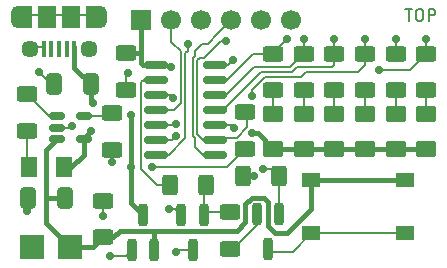
<source format=gtl>
G04 #@! TF.GenerationSoftware,KiCad,Pcbnew,9.0.1*
G04 #@! TF.CreationDate,2025-09-23T20:37:19+02:00*
G04 #@! TF.ProjectId,blikac-smd,626c696b-6163-42d7-936d-642e6b696361,rev?*
G04 #@! TF.SameCoordinates,Original*
G04 #@! TF.FileFunction,Copper,L1,Top*
G04 #@! TF.FilePolarity,Positive*
%FSLAX46Y46*%
G04 Gerber Fmt 4.6, Leading zero omitted, Abs format (unit mm)*
G04 Created by KiCad (PCBNEW 9.0.1) date 2025-09-23 20:37:19*
%MOMM*%
%LPD*%
G01*
G04 APERTURE LIST*
G04 Aperture macros list*
%AMRoundRect*
0 Rectangle with rounded corners*
0 $1 Rounding radius*
0 $2 $3 $4 $5 $6 $7 $8 $9 X,Y pos of 4 corners*
0 Add a 4 corners polygon primitive as box body*
4,1,4,$2,$3,$4,$5,$6,$7,$8,$9,$2,$3,0*
0 Add four circle primitives for the rounded corners*
1,1,$1+$1,$2,$3*
1,1,$1+$1,$4,$5*
1,1,$1+$1,$6,$7*
1,1,$1+$1,$8,$9*
0 Add four rect primitives between the rounded corners*
20,1,$1+$1,$2,$3,$4,$5,0*
20,1,$1+$1,$4,$5,$6,$7,0*
20,1,$1+$1,$6,$7,$8,$9,0*
20,1,$1+$1,$8,$9,$2,$3,0*%
G04 Aperture macros list end*
%ADD10C,0.200000*%
G04 #@! TA.AperFunction,NonConductor*
%ADD11C,0.200000*%
G04 #@! TD*
G04 #@! TA.AperFunction,SMDPad,CuDef*
%ADD12RoundRect,0.250000X-0.625000X0.400000X-0.625000X-0.400000X0.625000X-0.400000X0.625000X0.400000X0*%
G04 #@! TD*
G04 #@! TA.AperFunction,SMDPad,CuDef*
%ADD13RoundRect,0.250000X0.625000X-0.400000X0.625000X0.400000X-0.625000X0.400000X-0.625000X-0.400000X0*%
G04 #@! TD*
G04 #@! TA.AperFunction,ComponentPad*
%ADD14R,2.000000X2.000000*%
G04 #@! TD*
G04 #@! TA.AperFunction,SMDPad,CuDef*
%ADD15RoundRect,0.250001X0.624999X-0.462499X0.624999X0.462499X-0.624999X0.462499X-0.624999X-0.462499X0*%
G04 #@! TD*
G04 #@! TA.AperFunction,SMDPad,CuDef*
%ADD16RoundRect,0.250000X0.400000X0.625000X-0.400000X0.625000X-0.400000X-0.625000X0.400000X-0.625000X0*%
G04 #@! TD*
G04 #@! TA.AperFunction,SMDPad,CuDef*
%ADD17RoundRect,0.250001X-0.462499X-0.624999X0.462499X-0.624999X0.462499X0.624999X-0.462499X0.624999X0*%
G04 #@! TD*
G04 #@! TA.AperFunction,ComponentPad*
%ADD18R,1.700000X1.700000*%
G04 #@! TD*
G04 #@! TA.AperFunction,ComponentPad*
%ADD19C,1.700000*%
G04 #@! TD*
G04 #@! TA.AperFunction,SMDPad,CuDef*
%ADD20RoundRect,0.150000X-0.825000X-0.150000X0.825000X-0.150000X0.825000X0.150000X-0.825000X0.150000X0*%
G04 #@! TD*
G04 #@! TA.AperFunction,SMDPad,CuDef*
%ADD21RoundRect,0.250000X0.412500X0.650000X-0.412500X0.650000X-0.412500X-0.650000X0.412500X-0.650000X0*%
G04 #@! TD*
G04 #@! TA.AperFunction,SMDPad,CuDef*
%ADD22RoundRect,0.200000X-0.200000X0.750000X-0.200000X-0.750000X0.200000X-0.750000X0.200000X0.750000X0*%
G04 #@! TD*
G04 #@! TA.AperFunction,SMDPad,CuDef*
%ADD23RoundRect,0.200000X0.200000X-0.750000X0.200000X0.750000X-0.200000X0.750000X-0.200000X-0.750000X0*%
G04 #@! TD*
G04 #@! TA.AperFunction,SMDPad,CuDef*
%ADD24R,0.400000X1.350000*%
G04 #@! TD*
G04 #@! TA.AperFunction,HeatsinkPad*
%ADD25O,1.200000X1.900000*%
G04 #@! TD*
G04 #@! TA.AperFunction,SMDPad,CuDef*
%ADD26R,1.200000X1.900000*%
G04 #@! TD*
G04 #@! TA.AperFunction,HeatsinkPad*
%ADD27C,1.450000*%
G04 #@! TD*
G04 #@! TA.AperFunction,SMDPad,CuDef*
%ADD28R,1.500000X1.900000*%
G04 #@! TD*
G04 #@! TA.AperFunction,SMDPad,CuDef*
%ADD29RoundRect,0.150000X-0.512500X-0.150000X0.512500X-0.150000X0.512500X0.150000X-0.512500X0.150000X0*%
G04 #@! TD*
G04 #@! TA.AperFunction,SMDPad,CuDef*
%ADD30RoundRect,0.250000X-0.400000X-0.625000X0.400000X-0.625000X0.400000X0.625000X-0.400000X0.625000X0*%
G04 #@! TD*
G04 #@! TA.AperFunction,SMDPad,CuDef*
%ADD31R,1.550000X1.300000*%
G04 #@! TD*
G04 #@! TA.AperFunction,ViaPad*
%ADD32C,0.700000*%
G04 #@! TD*
G04 #@! TA.AperFunction,Conductor*
%ADD33C,0.400000*%
G04 #@! TD*
G04 #@! TA.AperFunction,Conductor*
%ADD34C,0.200000*%
G04 #@! TD*
G04 APERTURE END LIST*
D10*
D11*
X154426816Y-66267219D02*
X154998244Y-66267219D01*
X154712530Y-67267219D02*
X154712530Y-66267219D01*
X155522054Y-66267219D02*
X155712530Y-66267219D01*
X155712530Y-66267219D02*
X155807768Y-66314838D01*
X155807768Y-66314838D02*
X155903006Y-66410076D01*
X155903006Y-66410076D02*
X155950625Y-66600552D01*
X155950625Y-66600552D02*
X155950625Y-66933885D01*
X155950625Y-66933885D02*
X155903006Y-67124361D01*
X155903006Y-67124361D02*
X155807768Y-67219600D01*
X155807768Y-67219600D02*
X155712530Y-67267219D01*
X155712530Y-67267219D02*
X155522054Y-67267219D01*
X155522054Y-67267219D02*
X155426816Y-67219600D01*
X155426816Y-67219600D02*
X155331578Y-67124361D01*
X155331578Y-67124361D02*
X155283959Y-66933885D01*
X155283959Y-66933885D02*
X155283959Y-66600552D01*
X155283959Y-66600552D02*
X155331578Y-66410076D01*
X155331578Y-66410076D02*
X155426816Y-66314838D01*
X155426816Y-66314838D02*
X155522054Y-66267219D01*
X156379197Y-67267219D02*
X156379197Y-66267219D01*
X156379197Y-66267219D02*
X156760149Y-66267219D01*
X156760149Y-66267219D02*
X156855387Y-66314838D01*
X156855387Y-66314838D02*
X156903006Y-66362457D01*
X156903006Y-66362457D02*
X156950625Y-66457695D01*
X156950625Y-66457695D02*
X156950625Y-66600552D01*
X156950625Y-66600552D02*
X156903006Y-66695790D01*
X156903006Y-66695790D02*
X156855387Y-66743409D01*
X156855387Y-66743409D02*
X156760149Y-66791028D01*
X156760149Y-66791028D02*
X156379197Y-66791028D01*
D12*
X129600000Y-75100000D03*
X129600000Y-78200000D03*
D13*
X140800000Y-78100000D03*
X140800000Y-75000000D03*
D14*
X126000000Y-86400000D03*
D15*
X143200000Y-78087500D03*
X143200000Y-75112500D03*
D16*
X137550000Y-81200000D03*
X134450000Y-81200000D03*
D14*
X122800000Y-86400000D03*
D13*
X122400000Y-76600000D03*
X122400000Y-73500000D03*
X130800000Y-73100000D03*
X130800000Y-70000000D03*
D17*
X122512500Y-79650000D03*
X125487500Y-79650000D03*
D18*
X132060000Y-67200000D03*
D19*
X134600000Y-67200000D03*
X137140000Y-67200000D03*
X139680000Y-67200000D03*
X142220000Y-67200000D03*
X144760000Y-67200000D03*
D13*
X145800000Y-73150000D03*
X145800000Y-70050000D03*
D20*
X133325000Y-70990000D03*
X133325000Y-72260000D03*
X133325000Y-73530000D03*
X133325000Y-74800000D03*
X133325000Y-76070000D03*
X133325000Y-77340000D03*
X133325000Y-78610000D03*
X138275000Y-78610000D03*
X138275000Y-77340000D03*
X138275000Y-76070000D03*
X138275000Y-74800000D03*
X138275000Y-73530000D03*
X138275000Y-72260000D03*
X138275000Y-70990000D03*
D21*
X125562500Y-82250000D03*
X122437500Y-82250000D03*
D22*
X143750000Y-83600000D03*
X141850000Y-83600000D03*
X142800000Y-86600000D03*
D15*
X148400000Y-78087500D03*
X148400000Y-75112500D03*
D13*
X156200000Y-73150000D03*
X156200000Y-70050000D03*
D23*
X131250000Y-86700000D03*
X133150000Y-86700000D03*
X132200000Y-83700000D03*
D12*
X139600000Y-83450000D03*
X139600000Y-86550000D03*
D24*
X126400000Y-69662500D03*
X125750000Y-69662500D03*
X125100000Y-69662500D03*
X124450000Y-69662500D03*
X123800000Y-69662500D03*
D25*
X128600000Y-66962500D03*
D26*
X128000000Y-66962500D03*
D27*
X127600000Y-69662500D03*
D28*
X126100000Y-66962500D03*
X124100000Y-66962500D03*
D27*
X122600000Y-69662500D03*
D26*
X122200000Y-66962500D03*
D25*
X121600000Y-66962500D03*
D13*
X153600000Y-73150000D03*
X153600000Y-70050000D03*
X148400000Y-73150000D03*
X148400000Y-70050000D03*
D21*
X127762500Y-72650000D03*
X124637500Y-72650000D03*
D22*
X137350000Y-83700000D03*
X135450000Y-83700000D03*
X136400000Y-86700000D03*
D15*
X151000000Y-78087500D03*
X151000000Y-75112500D03*
D29*
X124925000Y-75350000D03*
X124925000Y-76300000D03*
X124925000Y-77250000D03*
X127200000Y-77250000D03*
X127200000Y-75350000D03*
D15*
X145800000Y-78087500D03*
X145800000Y-75112500D03*
D13*
X143200000Y-73150000D03*
X143200000Y-70050000D03*
X151000000Y-73150000D03*
X151000000Y-70050000D03*
D30*
X140650000Y-80400000D03*
X143750000Y-80400000D03*
D15*
X153600000Y-78087500D03*
X153600000Y-75112500D03*
D31*
X146420000Y-80750000D03*
X154380000Y-80750000D03*
X146420000Y-85250000D03*
X154380000Y-85250000D03*
D15*
X156200000Y-78087500D03*
X156200000Y-75112500D03*
D13*
X128800000Y-85600000D03*
X128800000Y-82500000D03*
D32*
X128000000Y-74200000D03*
X127800000Y-76600000D03*
X123400000Y-71600000D03*
X126200000Y-76200000D03*
X139800000Y-70600000D03*
X129600000Y-79200000D03*
X134400000Y-83200000D03*
X141400000Y-76800000D03*
X141600000Y-80400000D03*
X122400000Y-83400000D03*
X131200000Y-75200000D03*
X133000000Y-79600000D03*
X131200000Y-79600000D03*
X134600000Y-71200000D03*
X134749000Y-73800000D03*
X142400000Y-79800000D03*
X130901000Y-71723265D03*
X136000000Y-69200000D03*
X139200000Y-69000000D03*
X135000000Y-86800000D03*
X129400000Y-87200000D03*
X128800000Y-83800000D03*
X144400000Y-68800000D03*
X145800000Y-68800000D03*
X148400000Y-68800000D03*
X139900000Y-76300000D03*
X151000000Y-68800000D03*
X141400000Y-73600000D03*
X135000000Y-77000000D03*
X153600000Y-68800000D03*
X152200000Y-71400000D03*
X135000000Y-76000000D03*
X156200000Y-68800000D03*
D33*
X127800000Y-76600000D02*
X127200000Y-77200000D01*
X126150000Y-79650000D02*
X127200000Y-78600000D01*
X127200000Y-77200000D02*
X127200000Y-77250000D01*
X127762500Y-73962500D02*
X128000000Y-74200000D01*
X127762500Y-72650000D02*
X127762500Y-73962500D01*
X126400000Y-71287500D02*
X127762500Y-72650000D01*
X125487500Y-79650000D02*
X126150000Y-79650000D01*
X126400000Y-69500000D02*
X126400000Y-71287500D01*
X127200000Y-78600000D02*
X127200000Y-77250000D01*
X143200000Y-78087500D02*
X141912500Y-76800000D01*
D34*
X140650000Y-80400000D02*
X141600000Y-80400000D01*
X135450000Y-83700000D02*
X134950000Y-83200000D01*
X122437500Y-82250000D02*
X122437500Y-83362500D01*
X129600000Y-78200000D02*
X129600000Y-79200000D01*
X126100000Y-76300000D02*
X126200000Y-76200000D01*
X139410000Y-70990000D02*
X139800000Y-70600000D01*
X124100000Y-66800000D02*
X126100000Y-66800000D01*
X126100000Y-66800000D02*
X128600000Y-66800000D01*
X122437500Y-83362500D02*
X122400000Y-83400000D01*
X123800000Y-69500000D02*
X122600000Y-69500000D01*
X138275000Y-70990000D02*
X139410000Y-70990000D01*
X124637500Y-72650000D02*
X124450000Y-72650000D01*
X124925000Y-76300000D02*
X126100000Y-76300000D01*
X124450000Y-72650000D02*
X123400000Y-71600000D01*
X124637500Y-72650000D02*
X124637500Y-72437500D01*
D33*
X141912500Y-76800000D02*
X141400000Y-76800000D01*
X156200000Y-78087500D02*
X143200000Y-78087500D01*
D34*
X124100000Y-66800000D02*
X121600000Y-66800000D01*
X134950000Y-83200000D02*
X134400000Y-83200000D01*
D33*
X131200000Y-82700000D02*
X132200000Y-83700000D01*
X131200000Y-79600000D02*
X131200000Y-82700000D01*
D34*
X134390000Y-70990000D02*
X134600000Y-71200000D01*
D33*
X132060000Y-70000000D02*
X132060000Y-70860000D01*
D34*
X139300000Y-79600000D02*
X133000000Y-79600000D01*
X140800000Y-78100000D02*
X139300000Y-79600000D01*
D33*
X132060000Y-70860000D02*
X132200000Y-71000000D01*
X130800000Y-70000000D02*
X132060000Y-70000000D01*
X132210000Y-70990000D02*
X133325000Y-70990000D01*
X132060000Y-67200000D02*
X132060000Y-70000000D01*
D34*
X133325000Y-70990000D02*
X134390000Y-70990000D01*
D33*
X132200000Y-71000000D02*
X132210000Y-70990000D01*
X131200000Y-75200000D02*
X131200000Y-79600000D01*
D34*
X122400000Y-76600000D02*
X122400000Y-79537500D01*
X122400000Y-79537500D02*
X122512500Y-79650000D01*
X139600000Y-86550000D02*
X139850000Y-86550000D01*
X139850000Y-86550000D02*
X141850000Y-84550000D01*
X141850000Y-84550000D02*
X141850000Y-83800000D01*
X134530000Y-73530000D02*
X133325000Y-73530000D01*
X143150000Y-79800000D02*
X143750000Y-80400000D01*
X143750000Y-83800000D02*
X143750000Y-80400000D01*
X134749000Y-73749000D02*
X134530000Y-73530000D01*
X142400000Y-79800000D02*
X143150000Y-79800000D01*
X134749000Y-73800000D02*
X134749000Y-73749000D01*
X154380000Y-85250000D02*
X146420000Y-85250000D01*
X142800000Y-86800000D02*
X144870000Y-86800000D01*
X144870000Y-86800000D02*
X146420000Y-85250000D01*
X143200000Y-75112500D02*
X143200000Y-73150000D01*
X145800000Y-75112500D02*
X145800000Y-73150000D01*
X148400000Y-75112500D02*
X148400000Y-73150000D01*
X151000000Y-75112500D02*
X151000000Y-73150000D01*
X153600000Y-75112500D02*
X153600000Y-73150000D01*
X156200000Y-75112500D02*
X156200000Y-73150000D01*
X133325000Y-74800000D02*
X134800000Y-74800000D01*
X130800000Y-73100000D02*
X130800000Y-71824265D01*
X135399000Y-74201000D02*
X135399000Y-69833900D01*
X130800000Y-71824265D02*
X130901000Y-71723265D01*
X134800000Y-74800000D02*
X135399000Y-74201000D01*
X134600000Y-69034900D02*
X134600000Y-67200000D01*
X135399000Y-69833900D02*
X134600000Y-69034900D01*
X133325000Y-78610000D02*
X134390000Y-78610000D01*
X135800000Y-77200000D02*
X135800000Y-70000000D01*
X136000000Y-69800000D02*
X136000000Y-69200000D01*
X135800000Y-70000000D02*
X136000000Y-69800000D01*
X134390000Y-78610000D02*
X135800000Y-77200000D01*
X136600000Y-77207099D02*
X136399000Y-77006099D01*
X136600000Y-70232900D02*
X136600000Y-69800000D01*
X136600000Y-69800000D02*
X137200000Y-69200000D01*
X138330346Y-68549000D02*
X138331000Y-68549000D01*
X137949000Y-68931000D02*
X137949000Y-68930346D01*
X137200000Y-69200000D02*
X137680000Y-69200000D01*
X136399000Y-77006099D02*
X136399000Y-70433900D01*
X136600000Y-77909999D02*
X136600000Y-77207099D01*
X137949000Y-68930346D02*
X138330346Y-68549000D01*
X137680000Y-69200000D02*
X137949000Y-68931000D01*
X138275000Y-78610000D02*
X137300001Y-78610000D01*
X136399000Y-70433900D02*
X136600000Y-70232900D01*
X137300001Y-78610000D02*
X136600000Y-77909999D01*
X138331000Y-68549000D02*
X139680000Y-67200000D01*
X140130346Y-77149000D02*
X138466000Y-77149000D01*
X136800000Y-70600000D02*
X136800000Y-76839999D01*
X137300001Y-77340000D02*
X138275000Y-77340000D01*
X140800000Y-75000000D02*
X141000000Y-75200000D01*
X137011000Y-70389000D02*
X136800000Y-70600000D01*
X137411000Y-70389000D02*
X137011000Y-70389000D01*
X136800000Y-76839999D02*
X137300001Y-77340000D01*
X141000000Y-76279346D02*
X140130346Y-77149000D01*
X138800000Y-69000000D02*
X137411000Y-70389000D01*
X138466000Y-77149000D02*
X138275000Y-77340000D01*
X139200000Y-69000000D02*
X138800000Y-69000000D01*
X141000000Y-75200000D02*
X141000000Y-76279346D01*
X135100000Y-86700000D02*
X135000000Y-86800000D01*
X131250000Y-86700000D02*
X130750000Y-87200000D01*
X128800000Y-82500000D02*
X128800000Y-83800000D01*
X136400000Y-86700000D02*
X135100000Y-86700000D01*
X130750000Y-87200000D02*
X129400000Y-87200000D01*
D33*
X143344516Y-85200000D02*
X142800000Y-84655484D01*
X142800000Y-82600000D02*
X142449000Y-82249000D01*
X124000000Y-78175000D02*
X124000000Y-82200000D01*
X130249000Y-85051000D02*
X129700000Y-85600000D01*
X124925000Y-77250000D02*
X124000000Y-78175000D01*
X144400000Y-85200000D02*
X143344516Y-85200000D01*
X124000000Y-82200000D02*
X124000000Y-84400000D01*
X146420000Y-83180000D02*
X144400000Y-85200000D01*
X128000000Y-86400000D02*
X128800000Y-85600000D01*
X142449000Y-82249000D02*
X141395516Y-82249000D01*
X133200000Y-85051000D02*
X130249000Y-85051000D01*
X133150000Y-85101000D02*
X133200000Y-85051000D01*
X133150000Y-86700000D02*
X133150000Y-85101000D01*
X140876000Y-82768516D02*
X140876000Y-84324000D01*
X140876000Y-84324000D02*
X140149000Y-85051000D01*
X142800000Y-84655484D02*
X142800000Y-82600000D01*
X141395516Y-82249000D02*
X140876000Y-82768516D01*
X154380000Y-80750000D02*
X146420000Y-80750000D01*
X124000000Y-84400000D02*
X126000000Y-86400000D01*
X140149000Y-85051000D02*
X133200000Y-85051000D01*
X129700000Y-85600000D02*
X128800000Y-85600000D01*
X124050000Y-82250000D02*
X124000000Y-82200000D01*
X126000000Y-86400000D02*
X128000000Y-86400000D01*
X146420000Y-80750000D02*
X146420000Y-83180000D01*
X125562500Y-82250000D02*
X124050000Y-82250000D01*
D34*
X139600000Y-83450000D02*
X137600000Y-83450000D01*
X137350000Y-81400000D02*
X137550000Y-81200000D01*
X137350000Y-83700000D02*
X137350000Y-81400000D01*
X137600000Y-83450000D02*
X137350000Y-83700000D01*
X127200000Y-75350000D02*
X129350000Y-75350000D01*
X129350000Y-75350000D02*
X129600000Y-75100000D01*
X124925000Y-75350000D02*
X124250000Y-75350000D01*
X124250000Y-75350000D02*
X122400000Y-73500000D01*
X133400000Y-81200000D02*
X132049000Y-79849000D01*
X134450000Y-81200000D02*
X133400000Y-81200000D01*
X132049000Y-79849000D02*
X132049000Y-72471000D01*
X132260000Y-72260000D02*
X133325000Y-72260000D01*
X132049000Y-72471000D02*
X132260000Y-72260000D01*
X143200000Y-70000000D02*
X144400000Y-68800000D01*
X139340000Y-72260000D02*
X141550000Y-70050000D01*
X141550000Y-70050000D02*
X143200000Y-70050000D01*
X138275000Y-72260000D02*
X139340000Y-72260000D01*
X143200000Y-70050000D02*
X143200000Y-70000000D01*
X138275000Y-73530000D02*
X139270000Y-73530000D01*
X139270000Y-73530000D02*
X141600000Y-71200000D01*
X145800000Y-70050000D02*
X145800000Y-68800000D01*
X144650000Y-71200000D02*
X145800000Y-70050000D01*
X141600000Y-71200000D02*
X144650000Y-71200000D01*
X142199000Y-71601000D02*
X144816100Y-71601000D01*
X148400000Y-71000000D02*
X148400000Y-70050000D01*
X144816100Y-71601000D02*
X145217100Y-71200000D01*
X138275000Y-74800000D02*
X139000000Y-74800000D01*
X145217100Y-71200000D02*
X148200000Y-71200000D01*
X148200000Y-71200000D02*
X148400000Y-71000000D01*
X139000000Y-74800000D02*
X142199000Y-71601000D01*
X148400000Y-70050000D02*
X148400000Y-68800000D01*
X150400000Y-71600000D02*
X151000000Y-71000000D01*
X151000000Y-71000000D02*
X151000000Y-70050000D01*
X142536840Y-72002000D02*
X145598000Y-72002000D01*
X151000000Y-70050000D02*
X151000000Y-68800000D01*
X138275000Y-76070000D02*
X139249999Y-76070000D01*
X145598000Y-72002000D02*
X146000000Y-71600000D01*
X141400000Y-73138840D02*
X141400000Y-73600000D01*
X139900000Y-76300000D02*
X140000000Y-76400000D01*
X138275000Y-76070000D02*
X139670000Y-76070000D01*
X146000000Y-71600000D02*
X150400000Y-71600000D01*
X142536840Y-72002000D02*
X141400000Y-73138840D01*
X139670000Y-76070000D02*
X139900000Y-76300000D01*
X135000000Y-77000000D02*
X134660000Y-77340000D01*
X134660000Y-77340000D02*
X133325000Y-77340000D01*
X153600000Y-70050000D02*
X153600000Y-68800000D01*
X134930000Y-76070000D02*
X133325000Y-76070000D01*
X156200000Y-70050000D02*
X156200000Y-68800000D01*
X135000000Y-76000000D02*
X134930000Y-76070000D01*
X152200000Y-71400000D02*
X154850000Y-71400000D01*
X154850000Y-71400000D02*
X156200000Y-70050000D01*
M02*

</source>
